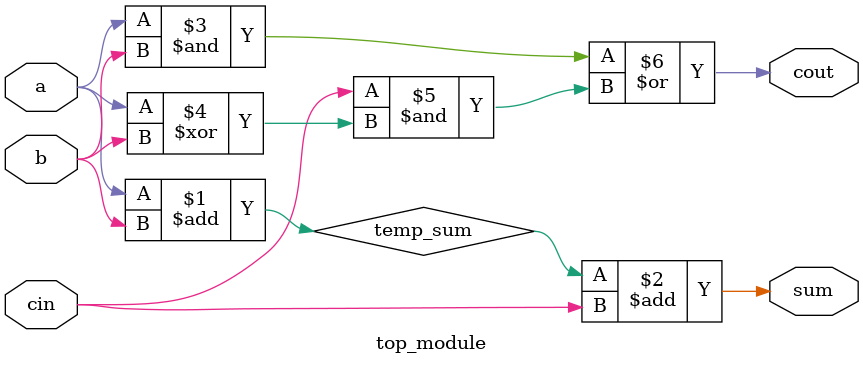
<source format=sv>
module top_module (
    input a,
    input b,
    input cin,
    output cout,
    output sum
);
    // Intermediate sum
    wire temp_sum;

    // Compute sum of a and b
    assign temp_sum = a + b;

    // Compute final sum with carry-in
    assign sum = temp_sum + cin;

    // Compute carry-out
    assign cout = (a & b) | (cin & (a ^ b));

endmodule

</source>
